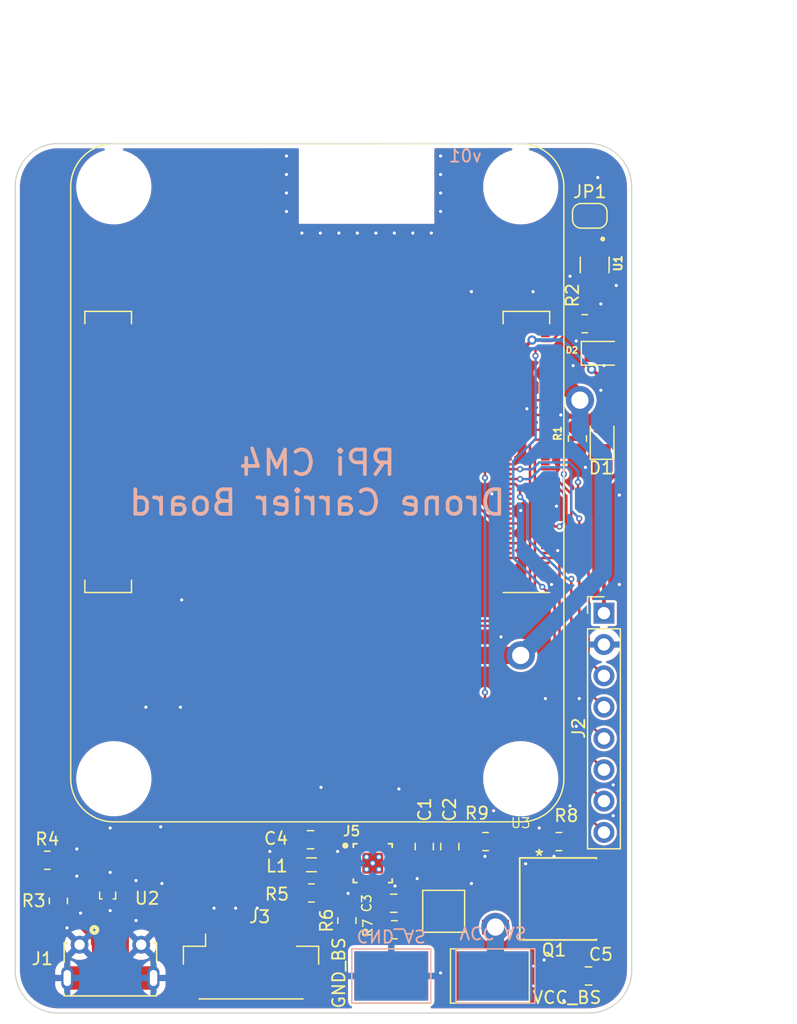
<source format=kicad_pcb>
(kicad_pcb (version 20210228) (generator pcbnew)
  (title_block (title "Raspberry Pi Compute Module 4 Carrier Template") (date "2020-10-31") (rev "v01") (comment 2 "creativecommons.org/licenses/by/4.0/") (comment 3 "License: CC BY 4.0") (comment 4 "Author: Shawn Hymel"))
  (layers (0 "F.Cu" signal) (31 "B.Cu" signal) (34 "B.Paste" user) (35 "F.Paste" user) (36 "B.SilkS" user "B.Silkscreen") (37 "F.SilkS" user "F.Silkscreen") (38 "B.Mask" user) (39 "F.Mask" user) (44 "Edge.Cuts" user))
  (net 0 "")
  (net 1 "GND")
  (net 2 "+7.4V")
  (net 3 "Net-(C3-Pad1)")
  (net 4 "+5V")
  (net 5 "+3.3V")
  (net 6 "Net-(D1-Pad1)")
  (net 7 "Net-(D2-Pad1)")
  (net 8 "/CM4 GPIO/nRPIBOOT")
  (net 9 "/CM4 GPIO/GPIO7")
  (net 10 "/CM4 GPIO/GPIO8")
  (net 13 "/CM4 GPIO/GPIO15")
  (net 14 "/CM4 GPIO/GPIO14")
  (net 16 "/CM4 High Speed/USB2_N")
  (net 17 "/CM4 High Speed/USB2_P")
  (net 20 "Net-(J5-Pad4)")
  (net 21 "Net-(J5-Pad1)")
  (net 36 "/CM4 GPIO/nLED_Activity")
  (net 76 "/CM4 GPIO/nPWR_LED")
  (net 81 "/CM4 High Speed/USB_OTG_ID")
  (net 149 "Net-(R2-Pad2)")
  (net 150 "+7.4V BS")
  (net 151 "Net-(Q1-Pad1)")
  (net 152 "+7.4V AFS")
  (net 153 "Net-(J5-Pad5)")
  (net 154 "/CM4 GPIO/GPIO10")
  (net 155 "/CM4 GPIO/GPIO9")
  (net 156 "/CM4 GPIO/GPIO11")
  (net 157 "/CM4 GPIO/EEPROM_nWP")
  (net 158 "/CM4 GPIO/Power_Switch_Signal")
  (net 160 "Net-(J1-Pad1)")
  (footprint "Resistor_SMD:R_0805_2012Metric" (layer "F.Cu") (at 146.019997 139.267398)
    (fp_text reference "R5")
    (fp_text value "100K")
  )
  (footprint "Texas Instruments SN74LVC1G07DCKR:SOT65P210X110-5N" (layer "F.Cu") (at 169 88.3325 -90)
    (fp_text reference "U1")
    (fp_text value "SN74LVC1G07DCKR")
  )
  (footprint "Capacitor_SMD:C_0805_2012Metric" (layer "F.Cu") (at 152.7 140.1 180)
    (fp_text reference "C3")
    (fp_text value "3.3nF")
  )
  (footprint "LED_SMD:LED_0805_2012Metric" (layer "F.Cu") (at 169.6 95.5)
    (fp_text reference "D2")
    (fp_text value "LED Red")
  )
  (footprint "JST_SM06B:JST_GH_SM06B-GHS-TB_1x06-1MP_P1.25mm_Horizontal" (layer "F.Cu") (at 141.125 145.3)
    (fp_text reference "J3")
    (fp_text value "JST_SM06B")
  )
  (footprint "Jumper:SolderJumper-2_P1.3mm_Open_RoundedPad1.0x1.5mm" (layer "F.Cu") (at 168.6 84.35)
    (fp_text reference "JP1")
    (fp_text value "SolderJumper_2_Open")
  )
  (footprint "MIC5019YFT-TR:MIC5019YFT-TR" (layer "F.Cu") (at 163.1 135.1 180)
    (fp_text reference "U3")
    (fp_text value "MIC5019YFT-TR" hide)
  )
  (footprint "TPS62133:Texas_Instruments-TPS62133RGTR-Manufacturer_Recommended" (layer "F.Cu") (at 150.999999 136.85)
    (fp_text reference "J5")
    (fp_text value "TPS62133RGTR" hide)
  )
  (footprint "Capacitor_SMD:C_0805_2012Metric" (layer "F.Cu") (at 168.5 146)
    (fp_text reference "C5")
    (fp_text value "4.7uF")
  )
  (footprint "LED_SMD:LED_0805_2012Metric" (layer "F.Cu") (at 169.6 102.4125 90)
    (fp_text reference "D1")
    (fp_text value "LED Green")
  )
  (footprint "Molex_105017_microUSB:MOLEX_105017-1001" (layer "F.Cu") (at 129.71825 146.1625)
    (fp_text reference "J1")
    (fp_text value "105017-1001")
  )
  (footprint "Capacitor_SMD:C_0805_2012Metric" (layer "F.Cu") (at 157.25 135.5 90)
    (fp_text reference "C2")
    (fp_text value "0.1uF")
  )
  (footprint "Resistor_SMD:R_0805_2012Metric" (layer "F.Cu") (at 148.9 141.5 90)
    (fp_text reference "R6")
    (fp_text value "261K")
  )
  (footprint "Resistor_SMD:R_0805_2012Metric" (layer "F.Cu") (at 160.15 135.1)
    (fp_text reference "R9")
    (fp_text value "100K")
  )
  (footprint "TestPoint:TestPoint_Pad_3.0x3.0mm" (layer "F.Cu") (at 156.75 140.75)
    (fp_text reference "REF**" hide)
    (fp_text value "TestPoint_Pad_3.0x3.0mm")
  )
  (footprint "Resistor_SMD:R_0805_2012Metric" (layer "F.Cu") (at 124.6 136.6125 180)
    (fp_text reference "R4")
    (fp_text value "2.2K")
  )
  (footprint "Resistor_SMD:R_0805_2012Metric" (layer "F.Cu") (at 168.2 93.1 180)
    (fp_text reference "R2")
    (fp_text value "1k")
  )
  (footprint "PADs:VCC_PAD" (layer "F.Cu") (at 160.7 143.5)
    (fp_text reference "REF**" hide)
    (fp_text value "VCC_PAD")
  )
  (footprint "PADs:GND_PAD" (layer "F.Cu") (at 152.5 145)
    (fp_text reference "REF**" hide)
    (fp_text value "GND_PAD")
  )
  (footprint "Resistor_SMD:R_0805_2012Metric" (layer "F.Cu") (at 166.1 135.1)
    (fp_text reference "R8")
    (fp_text value "100K")
  )
  (footprint "Capacitor_SMD:C_0805_2012Metric" (layer "F.Cu") (at 145.949999 134.95)
    (fp_text reference "C4")
    (fp_text value "22uF")
  )
  (footprint "Resistor_SMD:R_0805_2012Metric" (layer "F.Cu") (at 125.5 139.9125 90)
    (fp_text reference "R3")
    (fp_text value "2.2K")
  )
  (footprint "Resistor_SMD:R_0805_2012Metric" (layer "F.Cu") (at 167.6 102.4125 -90)
    (fp_text reference "R1")
    (fp_text value "1k")
  )
  (footprint "Inductor_SMD:L_0805_2012Metric" (layer "F.Cu") (at 146.024297 136.981398 180)
    (fp_text reference "L1")
    (fp_text value "2.2uH")
  )
  (footprint "Resistor_SMD:R_0805_2012Metric" (layer "F.Cu") (at 152.75 142.25)
    (fp_text reference "R7")
    (fp_text value "51K")
  )
  (footprint "Capacitor_SMD:C_0805_2012Metric" (layer "F.Cu") (at 155.18 135.5 90)
    (fp_text reference "C1")
    (fp_text value "10uF")
  )
  (footprint "Trans_Infineon_IPD50N03S2L06ATMA1:Trans_Infineon_IPD50N03S2L06ATMA1" (layer "F.Cu") (at 166.03 139.75 -90)
    (fp_text reference "Q1")
    (fp_text value "IPD50N03S2L06ATMA1" hide)
  )
  (footprint "Connector_PinHeader_2.54mm:PinHeader_1x08_P2.54mm_Vertical" (layer "F.Cu") (at 169.75 116.575)
    (fp_text reference "J2")
    (fp_text value "GPIO")
  )
  (footprint "Package_TO_SOT_SMD:Texas_DRT-3" (layer "F.Cu") (at 129.5 139.2 180)
    (fp_text reference "U2")
    (fp_text value "TPD2EUSB30")
  )
  (footprint "CM4IO:Raspberry-Pi-4-Compute-Module" (layer "F.Cu") (at 163 82 180)
    (fp_text reference "Module1" hide)
    (fp_text value "ComputeModule4-CM4")
  )
  (footprint "PADs:GND_PAD" (layer "B.Cu") (at 152.5 145 180)
    (fp_text reference "GND_AS")
    (fp_text value "GND_PAD")
  )
  (footprint "PADs:VCC_PAD" (layer "B.Cu") (at 160.75 143.5 180)
    (fp_text reference "VCC_AS")
    (fp_text value "VCC_PAD")
  )
  (gr_line (start 172 145.5) (end 172 81.974874) (layer "Edge.Cuts") (width 0.1))
  (gr_arc (start 125.488929 81.974857) (end 125.174874 78.5) (angle -85.24857628) (layer "Edge.Cuts") (width 0.1))
  (gr_line (start 122 82) (end 122 145.5) (layer "Edge.Cuts") (width 0.1))
  (gr_line (start 125.466006 148.999999) (end 168.527127 149) (layer "Edge.Cuts") (width 0.1))
  (gr_line (start 168.498511 78.479328) (end 125.174874 78.5) (layer "Edge.Cuts") (width 0.1))
  (gr_arc (start 168.551964 145.551667) (end 168.527127 149) (angle -91.27115483) (layer "Edge.Cuts") (width 0.1))
  (gr_arc (start 168.498522 81.98081) (end 172 81.974874) (angle -89.90304746) (layer "Edge.Cuts") (width 0.1))
  (gr_arc (start 125.466006 145.533827) (end 122 145.5) (angle -90.55916891) (layer "Edge.Cuts") (width 0.1))
  (gr_text "RPi CM4\nDrone Carrier Board" (at 146.5 106) (layer "B.SilkS") (effects (font (size 2 2) (thickness 0.3)) (justify mirror)))
  (gr_text "v01" (at 158.5 79.5) (layer "B.SilkS") (effects (font (size 1 1)) (justify mirror)))
  (gr_text "VCC_BS\n" (at 166.75 147.75) (layer "F.SilkS") (effects (font (size 1 1))))
  (gr_text "GND_BS\n" (at 148.25 145.75 90) (layer "F.SilkS") (effects (font (size 1 1))))
  (via (at 149.75 85.75) (size 0.508) (drill 0.254) (layers "F.Cu" "B.Cu") (net 1))
  (via (at 146.8 130.7) (size 0.508) (drill 0.254) (layers "F.Cu" "B.Cu") (net 1))
  (via (at 127 135.7) (size 0.508) (drill 0.254) (layers "F.Cu" "B.Cu") (net 1))
  (via (at 156.5 81) (size 0.508) (drill 0.254) (layers "F.Cu" "B.Cu") (net 1))
  (via (at 170.5 133) (size 0.508) (drill 0.254) (layers "F.Cu" "B.Cu") (net 1))
  (via (at 167 132.2) (size 0.508) (drill 0.254) (layers "F.Cu" "B.Cu") (net 1))
  (via (at 129.7 134) (size 0.508) (drill 0.254) (layers "F.Cu" "B.Cu") (net 1))
  (via (at 170.5 130.5) (size 0.508) (drill 0.254) (layers "F.Cu" "B.Cu") (net 1))
  (via (at 142.649999 135.9) (size 0.508) (drill 0.254) (layers "F.Cu" "B.Cu") (net 1))
  (via (at 167.5 125.75) (size 0.508) (drill 0.254) (layers "F.Cu" "B.Cu") (net 1))
  (via (at 160.1 136.3) (size 0.508) (drill 0.254) (layers "F.Cu" "B.Cu") (net 1))
  (via (at 171 114.25) (size 0.508) (drill 0.254) (layers "F.Cu" "B.Cu") (net 1))
  (via (at 156.5 82.5) (size 0.508) (drill 0.254) (layers "F.Cu" "B.Cu") (net 1))
  (via (at 156.5 145.75) (size 0.508) (drill 0.254) (layers "F.Cu" "B.Cu") (net 1))
  (via (at 145.25 85.75) (size 0.508) (drill 0.254) (layers "F.Cu" "B.Cu") (net 1))
  (via (at 159 90.5) (size 0.508) (drill 0.254) (layers "F.Cu" "B.Cu") (net 1))
  (via (at 159 138.5) (size 0.508) (drill 0.254) (layers "F.Cu" "B.Cu") (net 1))
  (via (at 148.25 85.75) (size 0.508) (drill 0.254) (layers "F.Cu" "B.Cu") (net 1))
  (via (at 167.75 123.5) (size 0.508) (drill 0.254) (layers "F.Cu" "B.Cu") (net 1))
  (via (at 133.9 138.5) (size 0.508) (drill 0.254) (layers "F.Cu" "B.Cu") (net 1))
  (via (at 144 79.5) (size 0.508) (drill 0.254) (layers "F.Cu" "B.Cu") (net 1))
  (via (at 165.5 114.25) (size 0.508) (drill 0.254) (layers "F.Cu" "B.Cu") (net 1))
  (via (at 129.7 137.6) (size 0.508) (drill 0.254) (layers "F.Cu" "B.Cu") (net 1))
  (via (at 154.6 138.1) (size 0.508) (drill 0.254) (layers "F.Cu" "B.Cu") (net 1))
  (via (at 135.4 124.2) (size 0.508) (drill 0.254) (layers "F.Cu" "B.Cu") (net 1))
  (via (at 146.75 85.75) (size 0.508) (drill 0.254) (layers "F.Cu" "B.Cu") (net 1))
  (via (at 170.75 90) (size 0.508) (drill 0.254) (layers "F.Cu" "B.Cu") (net 1))
  (via (at 171 107) (size 0.508) (drill 0.254) (layers "F.Cu" "B.Cu") (net 1))
  (via (at 144 82.5) (size 0.508) (drill 0.254) (layers "F.Cu" "B.Cu") (net 1))
  (via (at 168.25 104.75) (size 0.508) (drill 0.254) (layers "F.Cu" "B.Cu") (net 1))
  (via (at 166.5 148) (size 0.508) (drill 0.254) (layers "F.Cu" "B.Cu") (net 1))
  (via (at 169.25 81.25) (size 0.508) (drill 0.254) (layers "F.Cu" "B.Cu") (net 1))
  (via (at 133.8 133.9) (size 0.508) (drill 0.254) (layers "F.Cu" "B.Cu") (net 1))
  (via (at 139.875 140.5) (size 0.508) (drill 0.254) (layers "F.Cu" "B.Cu") (net 1))
  (via (at 148.149999 135.9) (size 0.508) (drill 0.254) (layers "F.Cu" "B.Cu") (net 1))
  (via (at 129.7 140.7) (size 0.508) (drill 0.254) (layers "F.Cu" "B.Cu") (net 1))
  (via (at 155.75 85.75) (size 0.508) (drill 0.254) (layers "F.Cu" "B.Cu") (net 1))
  (via (at 164 90.5) (size 0.508) (drill 0.254) (layers "F.Cu" "B.Cu") (net 1))
  (via (at 166 111.5) (size 0.508) (drill 0.254) (layers "F.Cu" "B.Cu") (net 1))
  (via (at 165.9 107.9) (size 0.508) (drill 0.254) (layers "F.Cu" "B.Cu") (net 1))
  (via (at 163.4 136.9) (size 0.508) (drill 0.254) (layers "F.Cu" "B.Cu") (net 1))
  (via (at 138.125 140.5) (size 0.508) (drill 0.254) (layers "F.Cu" "B.Cu") (net 1))
  (via (at 160.654 106.9) (size 0.508) (drill 0.254) (layers "F.Cu" "B.Cu") (net 1))
  (via (at 153.12 130.83) (size 0.508) (drill 0.254) (layers "F.Cu" "B.Cu") (net 1))
  (via (at 167 89.25) (size 0.508) (drill 0.254) (layers "F.Cu" "B.Cu") (net 1))
  (via (at 164.5 134) (size 0.508) (drill 0.254) (layers "F.Cu" "B.Cu") (net 1))
  (via (at 131.8 141.5) (size 0.508) (drill 0.254) (layers "F.Cu" "B.Cu") (net 1))
  (via (at 141.625 140.5) (size 0.508) (drill 0.254) (layers "F.Cu" "B.Cu") (net 1))
  (via (at 167.25 96.5) (size 0.508) (drill 0.254) (layers "F.Cu" "B.Cu") (net 1))
  (via (at 135.5 115.5) (size 0.508) (drill 0.254) (layers "F.Cu" "B.Cu") (net 1))
  (via (at 151.25 85.75) (size 0.508) (drill 0.254) (layers "F.Cu" "B.Cu") (net 1))
  (via (at 166.25 100.5) (size 0.508) (drill 0.254) (layers "F.Cu" "B.Cu") (net 1))
  (via (at 127.3 140.9) (size 0.508) (drill 0.254) (layers "F.Cu" "B.Cu") (net 1))
  (via (at 131.7956 138.26) (size 0.508) (drill 0.254) (layers "F.Cu" "B.Cu") (net 1))
  (via (at 165 123.5) (size 0.508) (drill 0.254) (layers "F.Cu" "B.Cu") (net 1))
  (via (at 167.5 94.5) (size 0.508) (drill 0.254) (layers "F.Cu" "B.Cu") (net 1))
  (via (at 163 108.25) (size 0.508) (drill 0.254) (layers "F.Cu" "B.Cu") (net 1))
  (via (at 156.5 79.5) (size 0.508) (drill 0.254) (layers "F.Cu" "B.Cu") (net 1))
  (via (at 163.5 100) (size 0.508) (drill 0.254) (layers "F.Cu" "B.Cu") (net 1))
  (via (at 144 84) (size 0.508) (drill 0.254) (layers "F.Cu" "B.Cu") (net 1))
  (via (at 156.5 84) (size 0.508) (drill 0.254) (layers "F.Cu" "B.Cu") (net 1))
  (via (at 127 137.9) (size 0.508) (drill 0.254) (layers "F.Cu" "B.Cu") (net 1))
  (via (at 126.2 142.1) (size 0.508) (drill 0.254) (layers "F.Cu" "B.Cu") (net 1))
  (via (at 154.25 85.75) (size 0.508) (drill 0.254) (layers "F.Cu" "B.Cu") (net 1))
  (via (at 149 139.3) (size 0.508) (drill 0.254) (layers "F.Cu" "B.Cu") (net 1))
  (via (at 165.7 136.3) (size 0.508) (drill 0.254) (layers "F.Cu" "B.Cu") (net 1))
  (via (at 164.9 144.7) (size 0.508) (drill 0.254) (layers "F.Cu" "B.Cu") (net 1))
  (via (at 144 81) (size 0.508) (drill 0.254) (layers "F.Cu" "B.Cu") (net 1))
  (via (at 160.8 132.6) (size 0.508) (drill 0.254) (layers "F.Cu" "B.Cu") (net 1))
  (via (at 132.6 124.2) (size 0.508) (drill 0.254) (layers "F.Cu" "B.Cu") (net 1))
  (via (at 169.5 91.5) (size 0.508) (drill 0.254) (layers "F.Cu" "B.Cu") (net 1))
  (via (at 152.75 85.75) (size 0.508) (drill 0.254) (layers "F.Cu" "B.Cu") (net 1))
  (via (at 161.4 118.5) (size 0.508) (drill 0.254) (layers "F.Cu" "B.Cu") (net 1))
  (via (at 169.75 96.5) (size 0.508) (drill 0.254) (layers "F.Cu" "B.Cu") (net 1))
  (via (at 169.5 98.5) (size 0.508) (drill 0.254) (layers "F.Cu" "B.Cu") (net 1))
  (via (at 152.8 138.7) (size 0.508) (drill 0.254) (layers "F.Cu" "B.Cu") (net 1))
  (via (at 160.95 142.03) (size 2.3) (drill 1.4) (layers "F.Cu" "B.Cu") (net 2))
  (segment (start 160.95 146) (end 160.95 142.03) (width 1.4) (layer "B.Cu") (net 2))
  (segment (start 153.65 138.030001) (end 153.219998 137.599999) (width 0.2) (layer "F.Cu") (net 3))
  (segment (start 153.65 140.1) (end 153.65 138.030001) (width 0.2) (layer "F.Cu") (net 3))
  (segment (start 153.219998 137.599999) (end 152.399996 137.599999) (width 0.2) (layer "F.Cu") (net 3))
  (segment (start 147.552599 142.4125) (end 145.107497 139.967398) (width 1.4) (layer "F.Cu") (net 4))
  (segment (start 144.961797 138.811798) (end 144.961797 136.981398) (width 1.4) (layer "F.Cu") (net 4))
  (segment (start 145.899999 132.45) (end 147.949999 132.45) (width 1.4) (layer "F.Cu") (net 4))
  (segment (start 163 120) (end 158.75 120) (width 1.4) (layer "F.Cu") (net 4))
  (segment (start 144.999999 133.35) (end 145.899999 132.45) (width 1.4) (layer "F.Cu") (net 4))
  (segment (start 147.949999 132.45) (end 148.55 132.45) (width 1.4) (layer "F.Cu") (net 4))
  (segment (start 148.55 132.45) (end 150.299999 132.45) (width 1.4) (layer "F.Cu") (net 4))
  (segment (start 145.107497 138.957498) (end 144.961797 138.811798) (width 1.4) (layer "F.Cu") (net 4))
  (segment (start 165 96.1) (end 165 96.5) (width 0.2) (layer "F.Cu") (net 4))
  (segment (start 151.249997 135.449999) (end 151.249998 134.200001) (width 0.3) (layer "F.Cu") (net 4))
  (segment (start 158.75 120) (end 155.875 122.875) (width 1.4) (layer "F.Cu") (net 4))
  (segment (start 150.299999 132.45) (end 151.299999 133.45) (width 1.4) (layer "F.Cu") (net 4))
  (segment (start 148.55 130.2) (end 155.875 122.875) (width 1.4) (layer "F.Cu") (net 4))
  (segment (start 144.999999 134.95) (end 144.999999 133.35) (width 1.4) (layer "F.Cu") (net 4))
  (segment (start 144.961797 136.981398) (end 144.961797 134.752798) (width 1.4) (layer "F.Cu") (net 4))
  (segment (start 151.249998 134.200001) (end 151.299999 134.15) (width 0.3) (layer "F.Cu") (net 4))
  (segment (start 148.9 142.4125) (end 147.552599 142.4125) (width 1.4) (layer "F.Cu") (net 4))
  (segment (start 165.67002 97.1) (end 164.95 97.1) (width 1.4) (layer "F.Cu") (net 4))
  (segment (start 145.107497 139.967398) (end 145.107497 139.267398) (width 1.4) (layer "F.Cu") (net 4))
  (segment (start 167.8 99.3) (end 167.8 99.22998) (width 1.4) (layer "F.Cu") (net 4))
  (segment (start 145.107497 139.267398) (end 145.107497 138.957498) (width 1.4) (layer "F.Cu") (net 4))
  (segment (start 165 98.1) (end 165 97.7) (width 0.2) (layer "F.Cu") (net 4))
  (segment (start 151.299999 133.45) (end 151.299999 134.15) (width 1.4) (layer "F.Cu") (net 4))
  (segment (start 148.55 132.45) (end 148.55 130.2) (width 1.4) (layer "F.Cu") (net 4))
  (segment (start 167.8 99.22998) (end 165.67002 97.1) (width 1.4) (layer "F.Cu") (net 4))
  (segment (start 155.875 122.875) (end 156.75 122) (width 1.4) (layer "F.Cu") (net 4))
  (via (at 163 120) (size 2.3) (drill 1.4) (layers "F.Cu" "B.Cu") (net 4))
  (via (at 167.8 99.3) (size 2.3) (drill 1.4) (layers "F.Cu" "B.Cu") (net 4))
  (segment (start 167.8 101.9) (end 169.7 103.8) (width 1.4) (layer "B.Cu") (net 4))
  (segment (start 167.8 99.3) (end 167.8 101.9) (width 1.4) (layer "B.Cu") (net 4))
  (segment (start 169.7 113.3) (end 163 120) (width 1.4) (layer "B.Cu") (net 4))
  (segment (start 169.7 103.8) (end 169.7 113.3) (width 1.4) (layer "B.Cu") (net 4))
  (segment (start 168.75 96.8) (end 168.8 96.8) (width 0.3) (layer "F.Cu") (net 5))
  (segment (start 170.8 99.8) (end 170.8 101.5) (width 0.3) (layer "F.Cu") (net 5))
  (segment (start 162.4 96.7) (end 161.95 96.7) (width 0.3) (layer "F.Cu") (net 5))
  (segment (start 168.8 96.8) (end 169.5 97.5) (width 0.3) (layer "F.Cu") (net 5))
  (segment (start 170.5 97.5) (end 170.5375 97.4625) (width 0.3) (layer "F.Cu") (net 5))
  (segment (start 162.65 98.1) (end 162.60002 98.1) (width 0.3) (layer "F.Cu") (net 5))
  (segment (start 169.75 106.25) (end 170.8 105.2) (width 0.3) (layer "F.Cu") (net 5))
  (segment (start 162.250011 96.550011) (end 161.92 96.550011) (width 0.3) (layer "F.Cu") (net 5))
  (segment (start 169.65 90.3) (end 170.5375 91.1875) (width 0.3) (layer "F.Cu") (net 5))
  (segment (start 169.5 101.45) (end 169.5 100.5) (width 0.3) (layer "F.Cu") (net 5))
  (segment (start 163.3 96.7) (end 162.95 96.7) (width 0.3) (layer "F.Cu") (net 5))
  (segment (start 162.95 96.7) (end 162.4 96.7) (width 0.3) (layer "F.Cu") (net 5))
  (segment (start 161.92 96.67) (end 161.92 96.550011) (width 0.3) (layer "F.Cu") (net 5))
  (segment (start 170.8 105.2) (end 170.8 101.5) (width 0.3) (layer "F.Cu") (net 5))
  (segment (start 162.95 97.8) (end 162.65 98.1) (width 0.3) (layer "F.Cu") (net 5))
  (segment (start 169.5 100.5) (end 170.2 99.8) (width 0.3) (layer "F.Cu") (net 5))
  (segment (start 170.8 101.5) (end 170.775 101.475) (width 0.2) (layer "F.Cu") (net 5))
  (segment (start 162.250011 96.849989) (end 161.92 96.849989) (width 0.3) (layer "F.Cu") (net 5))
  (segment (start 162.4 96.7) (end 162.250011 96.849989) (width 0.3) (layer "F.Cu") (net 5))
  (segment (start 163.45 94.895404) (end 163.45 96.55) (width 0.3) (layer "F.Cu") (net 5))
  (segment (start 170.5375 95.5) (end 170.5375 97.4625) (width 0.3) (layer "F.Cu") (net 5))
  (segment (start 170.5375 98.4375) (end 170.8 98.7) (width 0.3) (layer "F.Cu") (net 5))
  (segment (start 163.45 96.55) (end 163.3 96.7) (width 0.3) (layer "F.Cu") (net 5))
  (segment (start 161.95 96.7) (end 161.75 96.7) (width 0.3) (layer "F.Cu") (net 5))
  (segment (start 169.65 89.2925) (end 169.65 90.3) (width 0.3) (layer "F.Cu") (net 5))
  (segment (start 170.5375 91.1875) (end 170.5375 95.5) (width 0.3) (layer "F.Cu") (net 5))
  (segment (start 170.5375 97.4625) (end 170.5375 98.4375) (width 0.3) (layer "F.Cu") (net 5))
  (segment (start 168.75 96.8) (end 168.8 96.85) (width 0.3) (layer "F.Cu") (net 5))
  (segment (start 162.4 96.7) (end 162.250011 96.550011) (width 0.3) (layer "F.Cu") (net 5))
  (segment (start 169.5 97.5) (end 170.5 97.5) (width 0.3) (layer "F.Cu") (net 5))
  (segment (start 161.95 96.7) (end 161.92 96.67) (width 0.3) (layer "F.Cu") (net 5))
  (segment (start 162.95 96.7) (end 162.95 97.8) (width 0.3) (layer "F.Cu") (net 5))
  (segment (start 169.525 101.475) (end 169.5 101.45) (width 0.3) (layer "F.Cu") (net 5))
  (segment (start 169.75 116.575) (end 169.75 106.25) (width 0.3) (layer "F.Cu") (net 5))
  (segment (start 169.6 101.475) (end 169.525 101.475) (width 0.3) (layer "F.Cu") (net 5))
  (segment (start 163.922702 94.422702) (end 163.45 94.895404) (width 0.3) (layer "F.Cu") (net 5))
  (segment (start 161.92 98.1) (end 162.45 98.1) (width 0.2) (layer "F.Cu") (net 5))
  (segment (start 170.2 99.8) (end 170.8 99.8) (width 0.3) (layer "F.Cu") (net 5))
  (segment (start 170.8 98.7) (end 170.8 99.8) (width 0.3) (layer "F.Cu") (net 5))
  (via (at 168.75 96.8) (size 0.75) (drill 0.4) (layers "F.Cu" "B.Cu") (net 5))
  (via (at 163.922702 94.422702) (size 0.75) (drill 0.4) (layers "F.Cu" "B.Cu") (net 5))
  (segment (start 166.372702 94.422702) (end 163.922702 94.422702) (width 0.3) (layer "B.Cu") (net 5))
  (segment (start 167 95.05) (end 166.372702 94.422702) (width 0.3) (layer "B.Cu") (net 5))
  (segment (start 168.75 96.8) (end 167 95.05) (width 0.3) (layer "B.Cu") (net 5))
  (segment (start 169.8 103.35) (end 167.95 101.5) (width 0.2) (layer "F.Cu") (net 6))
  (segment (start 167.95 101.5) (end 167.8 101.5) (width 0.2) (layer "F.Cu") (net 6))
  (segment (start 169.1125 94.2375) (end 169.1125 93.1) (width 0.2) (layer "F.Cu") (net 7))
  (segment (start 168.925 94.425) (end 169.1125 94.2375) (width 0.2) (layer "F.Cu") (net 7))
  (segment (start 168.6625 94.6875) (end 168.925 94.425) (width 0.2) (layer "F.Cu") (net 7))
  (segment (start 168.6625 95.5) (end 168.6625 94.6875) (width 0.2) (layer "F.Cu") (net 7))
  (segment (start 165.745949 126.445949) (end 165.745949 115.445949) (width 0.2) (layer "F.Cu") (net 8))
  (segment (start 164.4 94.9) (end 165 94.9) (width 0.2) (layer "F.Cu") (net 8))
  (segment (start 165.745949 115.445949) (end 164.75 114.45) (width 0.2) (layer "F.Cu") (net 8))
  (segment (start 167.8 132.405) (end 167.8 128.5) (width 0.2) (layer "F.Cu") (net 8))
  (segment (start 164.195998 95.7) (end 164.195998 95.104002) (width 0.2) (layer "F.Cu") (net 8))
  (segment (start 164.195998 95.104002) (end 164.4 94.9) (width 0.2) (layer "F.Cu") (net 8))
  (segment (start 169.75 134.355) (end 167.8 132.405) (width 0.2) (layer "F.Cu") (net 8))
  (segment (start 167.8 128.5) (end 165.745949 126.445949) (width 0.2) (layer "F.Cu") (net 8))
  (via (at 164.75 114.45) (size 0.508) (drill 0.254) (layers "F.Cu" "B.Cu") (net 8))
  (via (at 164.195998 95.7) (size 0.508) (drill 0.254) (layers "F.Cu" "B.Cu") (net 8))
  (segment (start 164.205167 95.709169) (end 164.195998 95.7) (width 0.2) (layer "B.Cu") (net 8))
  (segment (start 164.2 102.45) (end 164.205167 102.444833) (width 0.2) (layer "B.Cu") (net 8))
  (segment (start 162.395989 104.404011) (end 162.395989 104.254011) (width 0.2) (layer "B.Cu") (net 8))
  (segment (start 162.395989 104.634074) (end 162.395989 104.404011) (width 0.2) (layer "B.Cu") (net 8))
  (segment (start 164.75 114.45) (end 162.395989 112.095989) (width 0.2) (layer "B.Cu") (net 8))
  (segment (start 162.395989 112.095989) (end 162.395989 104.634074) (width 0.2) (layer "B.Cu") (net 8))
  (segment (start 164.205167 102.444833) (end 164.205167 95.709169) (width 0.2) (layer "B.Cu") (net 8))
  (segment (start 162.395989 104.254011) (end 164.2 102.45) (width 0.2) (layer "B.Cu") (net 8))
  (segment (start 166.145969 126.236683) (end 168.2 128.290714) (width 0.2) (layer "F.Cu") (net 9))
  (segment (start 166.69998 112.10002) (end 166.145969 112.654031) (width 0.2) (layer "F.Cu") (net 9))
  (segment (start 165.734286 106.1) (end 166.69998 107.065694) (width 0.2) (layer "F.Cu") (net 9))
  (segment (start 165 106.1) (end 165.734286 106.1) (width 0.2) (layer "F.Cu") (net 9))
  (segment (start 168.2 130.265) (end 169.75 131.815) (width 0.2) (layer "F.Cu") (net 9))
  (segment (start 166.69998 107.065694) (end 166.69998 112.10002) (width 0.2) (layer "F.Cu") (net 9))
  (segment (start 168.2 128.290714) (end 168.2 130.265) (width 0.2) (layer "F.Cu") (net 9))
  (segment (start 166.145969 112.654031) (end 166.145969 126.236683) (width 0.2) (layer "F.Cu") (net 9))
  (segment (start 166.545989 126.070989) (end 169.75 129.275) (width 0.2) (layer "F.Cu") (net 10))
  (segment (start 167.1 106.9) (end 167.1 112.3) (width 0.2) (layer "F.Cu") (net 10))
  (segment (start 165.9 105.7) (end 167.1 106.9) (width 0.2) (layer "F.Cu") (net 10))
  (segment (start 165 105.7) (end 165.9 105.7) (width 0.2) (layer "F.Cu") (net 10))
  (segment (start 167.1 112.3) (end 166.545989 112.854011) (width 0.2) (layer "F.Cu") (net 10))
  (segment (start 166.545989 112.854011) (end 166.545989 126.070989) (width 0.2) (layer "F.Cu") (net 10))
  (segment (start 163.2 117.6) (end 164.15 116.65) (width 0.2) (layer "F.Cu") (net 13))
  (segment (start 164.15 116.65) (end 164.15 103.55998) (width 0.2) (layer "F.Cu") (net 13))
  (segment (start 164.15 103.55998) (end 164.40998 103.3) (width 0.2) (layer "F.Cu") (net 13))
  (segment (start 140.5 143.45) (end 140.5 135.71002) (width 0.2) (layer "F.Cu") (net 13))
  (segment (start 158.61002 117.6) (end 163.2 117.6) (width 0.2) (layer "F.Cu") (net 13))
  (segment (start 141.875 134.33502) (end 141.98001 134.23001) (width 0.2) (layer "F.Cu") (net 13))
  (segment (start 141.98001 134.23001) (end 158.61002 117.6) (width 0.2) (layer "F.Cu") (net 13))
  (segment (start 140.5 135.71002) (end 141.98001 134.23001) (width 0.2) (layer "F.Cu") (net 13))
  (segment (start 164.40998 103.3) (end 165 103.3) (width 0.2) (layer "F.Cu") (net 13))
  (segment (start 140.625 135.019307) (end 139.25 136.394307) (width 0.2) (layer "F.Cu") (net 14))
  (segment (start 163.74998 116.484306) (end 163.74998 102.90002) (width 0.2) (layer "F.Cu") (net 14))
  (segment (start 158.444327 117.19998) (end 163.034306 117.19998) (width 0.2) (layer "F.Cu") (net 14))
  (segment (start 163.74998 102.90002) (end 164.15 102.5) (width 0.2) (layer "F.Cu") (net 14))
  (segment (start 140.625 135.019306) (end 140.772153 134.872153) (width 0.2) (layer "F.Cu") (net 14))
  (segment (start 140.625 135.019307) (end 140.772153 134.872153) (width 0.2) (layer "F.Cu") (net 14))
  (segment (start 139.25 136.394307) (end 139.25 143.45) (width 0.2) (layer "F.Cu") (net 14))
  (segment (start 164.15 102.5) (end 165 102.5) (width 0.2) (layer "F.Cu") (net 14))
  (segment (start 140.772153 134.872153) (end 158.444327 117.19998) (width 0.2) (layer "F.Cu") (net 14))
  (segment (start 163.034306 117.19998) (end 163.74998 116.484306) (width 0.2) (layer "F.Cu") (net 14))
  (segment (start 133.8 113.7) (end 133 112.9) (width 0.2) (layer "F.Cu") (net 16))
  (segment (start 128.1 137.7) (end 133.8 132) (width 0.2) (layer "F.Cu") (net 16))
  (segment (start 129.06825 143.4875) (end 129.049989 143.469239) (width 0.2) (layer "F.Cu") (net 16))
  (segment (start 128.1 138.7) (end 128.1 137.7) (width 0.2) (layer "F.Cu") (net 16))
  (segment (start 133.8 132) (end 133.8 113.7) (width 0.2) (layer "F.Cu") (net 16))
  (segment (start 128.1 139.2) (end 128.1 138.7) (width 0.2) (layer "F.Cu") (net 16))
  (segment (start 129.06825 143.4875) (end 129.06825 141.76825) (width 0.2) (layer "F.Cu") (net 16))
  (segment (start 129.06825 141.76825) (end 128.1 140.8) (width 0.2) (layer "F.Cu") (net 16))
  (segment (start 133 112.9) (end 131.08 112.9) (width 0.2) (layer "F.Cu") (net 16))
  (segment (start 128.175 138.775) (end 128.1 138.7) (width 0.2) (layer "F.Cu") (net 16))
  (segment (start 128.1 140.8) (end 128.1 139.2) (width 0.2) (layer "F.Cu") (net 16))
  (segment (start 129.15 138.775) (end 128.175 138.775) (width 0.2) (layer "F.Cu") (net 16))
  (segment (start 129.71825 143.4875) (end 129.71825 142.6125) (width 0.2) (layer "F.Cu") (net 17))
  (segment (start 131 135.298398) (end 134.2 132.098398) (width 0.2) (layer "F.Cu") (net 17))
  (segment (start 131 141.33075) (end 131 138.8) (width 0.2) (layer "F.Cu") (net 17))
  (segment (start 129.71825 142.6125) (end 131 141.33075) (width 0.2) (layer "F.Cu") (net 17))
  (segment (start 133.1 112.5) (end 131.08 112.5) (width 0.2) (layer "F.Cu") (net 17))
  (segment (start 131 138.8) (end 131 135.298398) (width 0.2) (layer "F.Cu") (net 17))
  (segment (start 129.85 138.775) (end 130.975 138.775) (width 0.2) (layer "F.Cu") (net 17))
  (segment (start 130.975 138.775) (end 131 138.8) (width 0.2) (layer "F.Cu") (net 17))
  (segment (start 134.2 113.6) (end 133.1 112.5) (width 0.2) (layer "F.Cu") (net 17))
  (segment (start 134.2 132.098398) (end 134.2 113.6) (width 0.2) (layer "F.Cu") (net 17))
  (segment (start 148.500001 137.599998) (end 148.299999 137.8) (width 0.2) (layer "F.Cu") (net 20))
  (segment (start 147.932601 139.267398) (end 146.932497 139.267398) (width 0.2) (layer "F.Cu") (net 20))
  (segment (start 148.299999 138.9) (end 147.932601 139.267398) (width 0.2) (layer "F.Cu") (net 20))
  (segment (start 148.299999 137.8) (end 148.299999 138.9) (width 0.2) (layer "F.Cu") (net 20))
  (segment (start 148.500001 137.599998) (end 149.599997 137.599999) (width 0.2) (layer "F.Cu") (net 20))
  (segment (start 149.599996 137.099998) (end 149.599996 136.599997) (width 0.2) (layer "F.Cu") (net 21))
  (segment (start 148.449997 137.099998) (end 149.599997 137.099999) (width 0.2) (layer "F.Cu") (net 21))
  (segment (start 147.086797 136.981398) (end 147.205397 137.099998) (width 0.2) (layer "F.Cu") (net 21))
  (segment (start 149.599997 136.599998) (end 149.599997 136.099999) (width 0.2) (layer "F.Cu") (net 21))
  (segment (start 147.205397 137.099998) (end 149.599997 137.099999) (width 0.2) (layer "F.Cu") (net 21))
  (segment (start 166.6 105.296782) (end 166.603505 105.300287) (width 0.2) (layer "F.Cu") (net 36))
  (segment (start 167.8 103.325) (end 167.5375 103.325) (width 0.2) (layer "F.Cu") (net 36))
  (segment (start 165.8 109.55) (end 165.55 109.3) (width 0.2) (layer "F.Cu") (net 36))
  (segment (start 166.5 103.6) (end 166.775 103.325) (width 0.2) (layer "F.Cu") (net 36))
  (segment (start 166.5 105.3) (end 166.5 103.6) (width 0.2) (layer "F.Cu") (net 36))
  (segment (start 166.14598 109.55) (end 165.8 109.55) (width 0.2) (layer "F.Cu") (net 36))
  (segment (start 165.55 109.3) (end 165 109.3) (width 0.2) (layer "F.Cu") (net 36))
  (segment (start 166.775 103.325) (end 167.6 103.325) (width 0.2) (layer "F.Cu") (net 36))
  (via (at 166.14598 109.55) (size 0.508) (drill 0.254) (layers "F.Cu" "B.Cu") (net 36))
  (via (at 166.5 105.3) (size 0.508) (drill 0.254) (layers "F.Cu" "B.Cu") (net 36))
  (segment (start 166.5 109.19598) (end 166.5 105.3) (width 0.2) (layer "B.Cu") (net 36))
  (segment (start 166.14598 109.55) (end 166.5 109.19598) (width 0.2) (layer "B.Cu") (net 36))
  (segment (start 168.977489 86.477489) (end 166.572511 86.477489) (width 0.2) (layer "F.Cu") (net 76))
  (segment (start 166.572511 86.477489) (end 166.2 86.85) (width 0.2) (layer "F.Cu") (net 76))
  (segment (start 169 86.5) (end 168.977489 86.477489) (width 0.2) (layer "F.Cu") (net 76))
  (segment (start 166.2 93.8) (end 165.5 94.5) (width 0.2) (layer "F.Cu") (net 76))
  (segment (start 169 87.3725) (end 169 86.5) (width 0.2) (layer "F.Cu") (net 76))
  (segment (start 165.5 94.5) (end 165 94.5) (width 0.2) (layer "F.Cu") (net 76))
  (segment (start 166.2 86.85) (end 166.2 93.8) (width 0.2) (layer "F.Cu") (net 76))
  (segment (start 132.75002 113.35002) (end 131.08 113.35002) (width 0.3) (layer "F.Cu") (net 81))
  (segment (start 125.5 139) (end 125.5 136.625) (width 0.3) (layer "F.Cu") (net 81))
  (segment (start 133.34998 113.94998) (end 132.75002 113.35002) (width 0.3) (layer "F.Cu") (net 81))
  (segment (start 128.563576 136.6) (end 133.34998 131.813596) (width 0.3) (layer "F.Cu") (net 81))
  (segment (start 126.5125 136.6) (end 126.8 136.6) (width 0.3) (layer "F.Cu") (net 81))
  (segment (start 126.8 136.6) (end 128.563576 136.6) (width 0.3) (layer "F.Cu") (net 81))
  (segment (start 125.5125 136.6125) (end 126.7875 136.6125) (width 0.3) (layer "F.Cu") (net 81))
  (segment (start 126.5 136.6125) (end 126.5125 136.6) (width 0.3) (layer "F.Cu") (net 81))
  (segment (start 126.7875 136.6125) (end 126.8 136.6) (width 0.3) (layer "F.Cu") (net 81))
  (segment (start 125.5 136.625) (end 125.5125 136.6125) (width 0.3) (layer "F.Cu") (net 81))
  (segment (start 133.34998 131.813596) (end 133.34998 113.94998) (width 0.3) (layer "F.Cu") (net 81))
  (segment (start 167.2875 93.1) (end 167.2875 92.2125) (width 0.2) (layer "F.Cu") (net 149))
  (segment (start 167.2875 92.2125) (end 168.35 91.15) (width 0.2) (layer "F.Cu") (net 149))
  (segment (start 168.35 91.15) (end 168.35 89.2925) (width 0.2) (layer "F.Cu") (net 149))
  (segment (start 167.55 140.3) (end 167.25 140) (width 1.4) (layer "F.Cu") (net 150))
  (segment (start 159.5 146) (end 158.25 144.75) (width 1.4) (layer "F.Cu") (net 150))
  (segment (start 167.155 139.655) (end 167.25 139.75) (width 0.3) (layer "F.Cu") (net 150))
  (segment (start 167.25 139.75) (end 167.25 139.25) (width 0.3) (layer "F.Cu") (net 150))
  (segment (start 160.5 146) (end 167.55 146) (width 1.4) (layer "F.Cu") (net 150))
  (segment (start 166.05 146) (end 167.55 146) (width 1.4) (layer "F.Cu") (net 150))
  (segment (start 167.55 146) (end 167.55 140.3) (width 1.4) (layer "F.Cu") (net 150))
  (segment (start 160.5 146) (end 159.5 146) (width 1.4) (layer "F.Cu") (net 150))
  (segment (start 166.05 141.2) (end 167.25 140) (width 1.4) (layer "F.Cu") (net 150))
  (segment (start 167.25 139.25) (end 163.555 135.555) (width 0.3) (layer "F.Cu") (net 150))
  (segment (start 160.95 137.47) (end 159.67 137.47) (width 0.2) (layer "F.Cu") (net 151))
  (segment (start 159.67 137.47) (end 159.2375 137.0375) (width 0.2) (layer "F.Cu") (net 151))
  (segment (start 160.95 137.47) (end 160.95 137.25) (width 0.2) (layer "F.Cu") (net 151))
  (segment (start 160.95 137.25) (end 162.645 135.555) (width 0.2) (layer "F.Cu") (net 151))
  (segment (start 159.2375 137.0375) (end 159.2375 135.1) (width 0.2) (layer "F.Cu") (net 151))
  (segment (start 152.780001 137.099998) (end 153.529999 136.35) (width 0.2) (layer "F.Cu") (net 152))
  (segment (start 152.399996 137.099999) (end 152.399996 136.599998) (width 0.2) (layer "F.Cu") (net 152))
  (segment (start 153.059998 135.449999) (end 153.529999 135.92) (width 0.2) (layer "F.Cu") (net 152))
  (segment (start 153.350001 136.099998) (end 153.529999 135.92) (width 0.2) (layer "F.Cu") (net 152))
  (segment (start 153.35 136.099999) (end 153.529999 135.92) (width 0.2) (layer "F.Cu") (net 152))
  (segment (start 157.25 140.25) (end 156.75 140.75) (width 1.4) (layer "F.Cu") (net 152))
  (segment (start 152.399996 136.099999) (end 151.749998 135.45) (width 0.2) (layer "F.Cu") (net 152))
  (segment (start 155.18 136.45) (end 154.059999 136.45) (width 1.4) (layer "F.Cu") (net 152))
  (segment (start 152.850002 136.599997) (end 153.529999 135.92) (width 0.2) (layer "F.Cu") (net 152))
  (segment (start 151.749998 135.45) (end 153.059998 135.449999) (width 0.2) (layer "F.Cu") (net 152))
  (segment (start 152.399996 136.099999) (end 152.399996 136.599998) (width 0.2) (layer "F.Cu") (net 152))
  (segment (start 152.399996 136.099999) (end 153.35 136.099999) (width 0.2) (layer "F.Cu") (net 152))
  (segment (start 154.059999 136.45) (end 153.529999 135.92) (width 1.4) (layer "F.Cu") (net 152))
  (segment (start 157.25 136.45) (end 157.25 140.25) (width 1.4) (layer "F.Cu") (net 152))
  (segment (start 152.399996 137.099999) (end 152.780001 137.099998) (width 0.2) (layer "F.Cu") (net 152))
  (segment (start 152.399996 136.599998) (end 152.850002 136.599997) (width 0.2) (layer "F.Cu") (net 152))
  (segment (start 153.529999 136.35) (end 153.529999 135.92) (width 0.2) (layer "F.Cu") (net 152))
  (segment (start 157.25 136.45) (end 155.18 136.45) (width 1.4) (layer "F.Cu") (net 152))
  (segment (start 150.249998 141.849998) (end 150.249998 140.649998) (width 0.2) (layer "F.Cu") (net 153))
  (segment (start 150.1875 140.5875) (end 148.9 140.5875) (width 0.2) (layer "F.Cu") (net 153))
  (segment (start 151.8375 142.25) (end 150.65 142.25) (width 0.2) (layer "F.Cu") (net 153))
  (segment (start 150.65 142.25) (end 150.249998 141.849998) (width 0.2) (layer "F.Cu") (net 153))
  (segment (start 150.249998 140.649998) (end 150.249998 138.25) (width 0.2) (layer "F.Cu") (net 153))
  (segment (start 150.249998 140.649998) (end 150.1875 140.5875) (width 0.2) (layer "F.Cu") (net 153))
  (segment (start 162.95 104.9) (end 161.92 104.9) (width 0.2) (layer "F.Cu") (net 154))
  (segment (start 168.5 108.85) (end 167.65 108) (width 0.2) (layer "F.Cu") (net 154))
  (segment (start 167.65 108) (end 167.65 105.95) (width 0.2) (layer "F.Cu") (net 154))
  (segment (start 169.75 121.655) (end 168.5 120.405) (width 0.2) (layer "F.Cu") (net 154))
  (segment (start 168.5 120.405) (end 168.5 108.85) (width 0.2) (layer "F.Cu") (net 154))
  (segment (start 168.5 108.85) (end 168.28 108.63) (width 0.2) (layer "F.Cu") (net 154))
  (via (at 162.95 104.9) (size 0.508) (drill 0.254) (layers "F.Cu" "B.Cu") (net 154))
  (via (at 167.65 105.95) (size 0.508) (drill 0.254) (layers "F.Cu" "B.Cu") (net 154))
  (segment (start 163.95 104.9) (end 162.95 104.9) (width 0.2) (layer "B.Cu") (net 154))
  (segment (start 167.65 105.064349) (end 166.93162 104.345969) (width 0.2) (layer "B.Cu") (net 154))
  (segment (start 167.65 105.95) (end 167.65 105.064349) (width 0.2) (layer "B.Cu") (net 154))
  (segment (start 164.504031 104.345969) (end 163.95 104.9) (width 0.2) (layer "B.Cu") (net 154))
  (segment (start 166.93162 104.345969) (end 164.504031 104.345969) (width 0.2) (layer "B.Cu") (net 154))
  (segment (start 167.75 122.195) (end 169.75 124.195) (width 0.2) (layer "F.Cu") (net 155))
  (segment (start 167.75 108.95) (end 167.75 122.195) (width 0.2) (layer "F.Cu") (net 155))
  (segment (start 162.95 105.7) (end 161.92 105.7) (width 0.2) (layer "F.Cu") (net 155))
  (via (at 162.95 105.7) (size 0.508) (drill 0.254) (layers "F.Cu" "B.Cu") (net 155))
  (via (at 167.75 108.9) (size 0.508) (drill 0.254) (layers "F.Cu" "B.Cu") (net 155))
  (segment (start 167.095989 106.269926) (end 167.1 106.265915) (width 0.2) (layer "B.Cu") (net 155))
  (segment (start 167.095989 105.076052) (end 166.765926 104.745989) (width 0.2) (layer "B.Cu") (net 155))
  (segment (start 167.095989 108.245989) (end 167.095989 106.269926) (width 0.2) (layer "B.Cu") (net 155))
  (segment (start 163.75 105.7) (end 162.95 105.7) (width 0.2) (layer "B.Cu") (net 155))
  (segment (start 166.765926 104.745989) (end 164.704011 104.745989) (width 0.2) (layer "B.Cu") (net 155))
  (segment (start 167.75 108.9) (end 167.095989 108.245989) (width 0.2) (layer "B.Cu") (net 155))
  (segment (start 164.704011 104.745989) (end 163.75 105.7) (width 0.2) (layer "B.Cu") (net 155))
  (segment (start 167.095989 106.215926) (end 167.095989 105.076052) (width 0.2) (layer "B.Cu") (net 155))
  (segment (start 167.1 106.265915) (end 167.1 106.219937) (width 0.2) (layer "B.Cu") (net 155))
  (segment (start 167.1 106.219937) (end 167.095989 106.215926) (width 0.2) (layer "B.Cu") (net 155))
  (segment (start 162.55 106.1) (end 162.95 106.5) (width 0.2) (layer "F.Cu") (net 156))
  (segment (start 167.1 113.8) (end 167.1 124.085) (width 0.2) (layer "F.Cu") (net 156))
  (segment (start 167.1 124.085) (end 169.75 126.735) (width 0.2) (layer "F.Cu") (net 156))
  (segment (start 162.95 106.5) (end 162.95 107.15) (width 0.2) (layer "F.Cu") (net 156))
  (segment (start 161.92 106.1) (end 162.55 106.1) (width 0.2) (layer "F.Cu") (net 156))
  (via (at 162.95 107.15) (size 0.508) (drill 0.254) (layers "F.Cu" "B.Cu") (net 156))
  (via (at 167.1 113.8) (size 0.508) (drill 0.254) (layers "F.Cu" "B.Cu") (net 156))
  (segment (start 166.8 113.8) (end 163.554011 110.554011) (width 0.2) (layer "B.Cu") (net 156))
  (segment (start 163.554011 110.554011) (end 163.554011 107.754011) (width 0.2) (layer "B.Cu") (net 156))
  (segment (start 163.554011 107.754011) (end 162.95 107.15) (width 0.2) (layer "B.Cu") (net 156))
  (segment (start 167.1 113.8) (end 166.8 113.8) (width 0.2) (layer "B.Cu") (net 156))
  (segment (start 167.95 84.35) (end 159.4 92.9) (width 0.2) (layer "F.Cu") (net 157))
  (segment (start 159.4 107.77002) (end 161.32998 109.7) (width 0.2) (layer "F.Cu") (net 157))
  (segment (start 161.32998 109.7) (end 161.92 109.7) (width 0.2) (layer "F.Cu") (net 157))
  (segment (start 159.4 92.9) (end 159.4 107.77002) (width 0.2) (layer "F.Cu") (net 157))
  (segment (start 160.9 104.1) (end 161.92 104.1) (width 0.2) (layer "F.Cu") (net 158))
  (segment (start 162.645 134.645) (end 162.645 134.055) (width 0.2) (layer "F.Cu") (net 158))
  (segment (start 159 132.39) (end 159 132.25) (width 0.2) (layer "F.Cu") (net 158))
  (segment (start 165 133.4) (end 165.1875 133.5875) (width 0.2) (layer "F.Cu") (net 158))
  (segment (start 162.7 133.4) (end 160.01 133.4) (width 0.2) (layer "F.Cu") (net 158))
  (segment (start 160.1 125.65) (end 160.1 123) (width 0.2) (layer "F.Cu") (net 158))
  (segment (start 159 126.75) (end 160.1 125.65) (width 0.2) (layer "F.Cu") (net 158))
  (segment (start 165.1875 133.5875) (end 165.1875 135.1) (width 0.2) (layer "F.Cu") (net 158))
  (segment (start 162.645 133.455) (end 162.7 133.4) (width 0.2) (layer "F.Cu") (net 158))
  (segment (start 159 132.39) (end 159 126.75) (width 0.2) (layer "F.Cu") (net 158))
  (segment (start 163.19 133.4) (end 165 133.4) (width 0.2) (layer "F.Cu") (net 158))
  (segment (start 162.645 134.055) (end 162.645 133.455) (width 0.2) (layer "F.Cu") (net 158))
  (segment (start 160.01 133.4) (end 159 132.39) (width 0.2) (layer "F.Cu") (net 158))
  (segment (start 160.1 105.6) (end 160.1 104.9) (width 0.2) (layer "F.Cu") (net 158))
  (segment (start 162.645 134.055) (end 162.645 133.945) (width 0.2) (layer "F.Cu") (net 158))
  (segment (start 160.1 104.9) (end 160.9 104.1) (width 0.2) (layer "F.Cu") (net 158))
  (segment (start 163.3 133.4) (end 162.7 133.4) (width 0.2) (layer "F.Cu") (net 158))
  (via (at 160.1 105.6) (size 0.508) (drill 0.254) (layers "F.Cu" "B.Cu") (net 158))
  (via (at 160.1 123) (size 0.508) (drill 0.254) (layers "F.Cu" "B.Cu") (net 158))
  (segment (start 160.1 123) (end 160.1 105.6) (width 0.2) (layer "B.Cu") (net 158))
  (segment (start 128.41825 143.4875) (end 128.3875 143.4875) (width 0.3) (layer "F.Cu") (net 160))
  (segment (start 128.3875 143.4875) (end 128.293261 143.393261) (width 0.3) (layer "F.Cu") (net 160))
  (segment (start 128.293261 143.393261) (end 128.293261 142.993261) (width 0.3) (layer "F.Cu") (net 160))
  (segment (start 128.293261 142.993261) (end 126.125 140.825) (width 0.3) (layer "F.Cu") (net 160))
  (segment (start 126.125 140.825) (end 125.5 140.825) (width 0.3) (layer "F.Cu") (net 160))
  (zone (net 0) (net_name "") (layers F&B.Cu) (name "Wireless Keepout") (connect_pads (clearance 0)) (min_thickness 0.254)
    (keepout (tracks not_allowed) (vias not_allowed) (pads not_allowed) (copperpour not_allowed) (footprints not_allowed))
    (fill (thermal_gap 0.508) (thermal_bridge_width 0.508))
    (polygon (pts (xy 156 85) (xy 145 85) (xy 145 78.5) (xy 156 78.5)))
  )
  (zone (net 1) (net_name "GND") (layers F&B.Cu) (connect_pads (clearance 0.2)) (min_thickness 0.18) (fill yes (thermal_gap 0.508) (thermal_bridge_width 0.508))
    (polygon (pts (xy 172 149) (xy 122 149) (xy 122 78) (xy 172 78)))
  )
)
</source>
